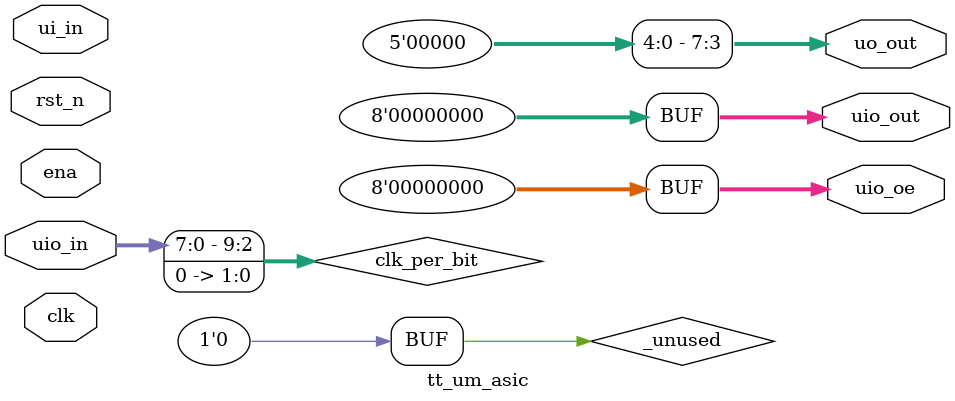
<source format=sv>
/*
 * Copyright (c) 2024 Your Name
 * SPDX-License-Identifier: Apache-2.0
 */

`default_nettype none

module tt_um_asic (
    input  wire [7:0] ui_in,    // Dedicated inputs
    output wire [7:0] uo_out,   // Dedicated outputs
    input  wire [7:0] uio_in,   // IOs: Input path
    output wire [7:0] uio_out,  // IOs: Output path
    output wire [7:0] uio_oe,   // IOs: Enable path (active high: 0=input, 1=output)
    input  wire       ena,      // always 1 when the design is powered, so you can ignore it
    input  wire       clk,      // clock
    input  wire       rst_n     // reset_n - low to reset
);

  // All output pins must be assigned. If not used, assign to 0.
  wire rst;
  wire [9:0] clk_per_bit;

  assign clk_per_bit = {uio_in[7:0], 2'b00}; // set upper 8 bits
  
  
  assign rst = ~rst_n;
  assign uio_oe = 8'b0000_0000; // set bidirectional as inputs
  assign uio_out = 8'b0000_0000; // set unused bidirectional outputs to LOW
  assign uo_out[7:3] = 5'b0_0000; // set unused outputs to LOW


  // List all unused inputs to prevent warnings
  wire _unused = &{ui_in[7:1], ena, 1'b0};

endmodule

</source>
